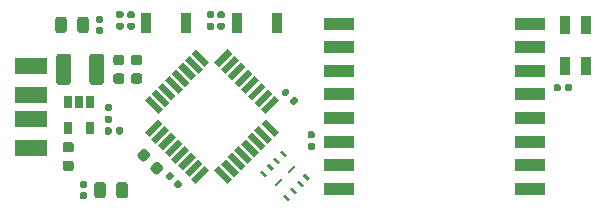
<source format=gbr>
%TF.GenerationSoftware,KiCad,Pcbnew,(5.1.9)-1*%
%TF.CreationDate,2021-02-04T12:19:42+01:00*%
%TF.ProjectId,DynaLoRa_Dongle,44796e61-4c6f-4526-915f-446f6e676c65,rev?*%
%TF.SameCoordinates,Original*%
%TF.FileFunction,Paste,Top*%
%TF.FilePolarity,Positive*%
%FSLAX46Y46*%
G04 Gerber Fmt 4.6, Leading zero omitted, Abs format (unit mm)*
G04 Created by KiCad (PCBNEW (5.1.9)-1) date 2021-02-04 12:19:42*
%MOMM*%
%LPD*%
G01*
G04 APERTURE LIST*
%ADD10C,0.100000*%
%ADD11R,2.500000X1.000000*%
%ADD12R,0.850000X1.600000*%
%ADD13R,0.650000X1.060000*%
%ADD14R,0.900000X1.700000*%
%ADD15R,2.800000X1.400000*%
G04 APERTURE END LIST*
%TO.C,C4*%
G36*
G01*
X33083081Y51381967D02*
X33327033Y51625919D01*
G75*
G02*
X33535629Y51625919I104298J-104298D01*
G01*
X33744225Y51417323D01*
G75*
G02*
X33744225Y51208727I-104298J-104298D01*
G01*
X33500273Y50964775D01*
G75*
G02*
X33291677Y50964775I-104298J104298D01*
G01*
X33083081Y51173371D01*
G75*
G02*
X33083081Y51381967I104298J104298D01*
G01*
G37*
G36*
G01*
X33768975Y50696073D02*
X34012927Y50940025D01*
G75*
G02*
X34221523Y50940025I104298J-104298D01*
G01*
X34430119Y50731429D01*
G75*
G02*
X34430119Y50522833I-104298J-104298D01*
G01*
X34186167Y50278881D01*
G75*
G02*
X33977571Y50278881I-104298J104298D01*
G01*
X33768975Y50487477D01*
G75*
G02*
X33768975Y50696073I104298J104298D01*
G01*
G37*
%TD*%
D10*
%TO.C,U2*%
G36*
X42678145Y57709638D02*
G01*
X41546774Y56578267D01*
X41157865Y56967176D01*
X42289236Y58098547D01*
X42678145Y57709638D01*
G37*
G36*
X42112460Y58275324D02*
G01*
X40981089Y57143953D01*
X40592180Y57532862D01*
X41723551Y58664233D01*
X42112460Y58275324D01*
G37*
G36*
X41546774Y58841009D02*
G01*
X40415403Y57709638D01*
X40026494Y58098547D01*
X41157865Y59229918D01*
X41546774Y58841009D01*
G37*
G36*
X40981089Y59406695D02*
G01*
X39849718Y58275324D01*
X39460809Y58664233D01*
X40592180Y59795604D01*
X40981089Y59406695D01*
G37*
G36*
X40415404Y59972380D02*
G01*
X39284033Y58841009D01*
X38895124Y59229918D01*
X40026495Y60361289D01*
X40415404Y59972380D01*
G37*
G36*
X39849718Y60538065D02*
G01*
X38718347Y59406694D01*
X38329438Y59795603D01*
X39460809Y60926974D01*
X39849718Y60538065D01*
G37*
G36*
X39284033Y61103751D02*
G01*
X38152662Y59972380D01*
X37763753Y60361289D01*
X38895124Y61492660D01*
X39284033Y61103751D01*
G37*
G36*
X38718347Y61669436D02*
G01*
X37586976Y60538065D01*
X37198067Y60926974D01*
X38329438Y62058345D01*
X38718347Y61669436D01*
G37*
G36*
X32806935Y55758024D02*
G01*
X31675564Y54626653D01*
X31286655Y55015562D01*
X32418026Y56146933D01*
X32806935Y55758024D01*
G37*
G36*
X33372620Y55192338D02*
G01*
X32241249Y54060967D01*
X31852340Y54449876D01*
X32983711Y55581247D01*
X33372620Y55192338D01*
G37*
G36*
X33938306Y54626653D02*
G01*
X32806935Y53495282D01*
X32418026Y53884191D01*
X33549397Y55015562D01*
X33938306Y54626653D01*
G37*
G36*
X34503991Y54060967D02*
G01*
X33372620Y52929596D01*
X32983711Y53318505D01*
X34115082Y54449876D01*
X34503991Y54060967D01*
G37*
G36*
X35069676Y53495282D02*
G01*
X33938305Y52363911D01*
X33549396Y52752820D01*
X34680767Y53884191D01*
X35069676Y53495282D01*
G37*
G36*
X35635362Y52929597D02*
G01*
X34503991Y51798226D01*
X34115082Y52187135D01*
X35246453Y53318506D01*
X35635362Y52929597D01*
G37*
G36*
X36201047Y52363911D02*
G01*
X35069676Y51232540D01*
X34680767Y51621449D01*
X35812138Y52752820D01*
X36201047Y52363911D01*
G37*
G36*
X36766733Y51798226D02*
G01*
X35635362Y50666855D01*
X35246453Y51055764D01*
X36377824Y52187135D01*
X36766733Y51798226D01*
G37*
G36*
X38718347Y51055764D02*
G01*
X38329438Y50666855D01*
X37198067Y51798226D01*
X37586976Y52187135D01*
X38718347Y51055764D01*
G37*
G36*
X39284033Y51621449D02*
G01*
X38895124Y51232540D01*
X37763753Y52363911D01*
X38152662Y52752820D01*
X39284033Y51621449D01*
G37*
G36*
X39849718Y52187135D02*
G01*
X39460809Y51798226D01*
X38329438Y52929597D01*
X38718347Y53318506D01*
X39849718Y52187135D01*
G37*
G36*
X40415404Y52752820D02*
G01*
X40026495Y52363911D01*
X38895124Y53495282D01*
X39284033Y53884191D01*
X40415404Y52752820D01*
G37*
G36*
X40981089Y53318505D02*
G01*
X40592180Y52929596D01*
X39460809Y54060967D01*
X39849718Y54449876D01*
X40981089Y53318505D01*
G37*
G36*
X41546774Y53884191D02*
G01*
X41157865Y53495282D01*
X40026494Y54626653D01*
X40415403Y55015562D01*
X41546774Y53884191D01*
G37*
G36*
X42112460Y54449876D02*
G01*
X41723551Y54060967D01*
X40592180Y55192338D01*
X40981089Y55581247D01*
X42112460Y54449876D01*
G37*
G36*
X42678145Y55015562D02*
G01*
X42289236Y54626653D01*
X41157865Y55758024D01*
X41546774Y56146933D01*
X42678145Y55015562D01*
G37*
G36*
X36766733Y60926974D02*
G01*
X36377824Y60538065D01*
X35246453Y61669436D01*
X35635362Y62058345D01*
X36766733Y60926974D01*
G37*
G36*
X36201047Y60361289D02*
G01*
X35812138Y59972380D01*
X34680767Y61103751D01*
X35069676Y61492660D01*
X36201047Y60361289D01*
G37*
G36*
X35635362Y59795603D02*
G01*
X35246453Y59406694D01*
X34115082Y60538065D01*
X34503991Y60926974D01*
X35635362Y59795603D01*
G37*
G36*
X35069676Y59229918D02*
G01*
X34680767Y58841009D01*
X33549396Y59972380D01*
X33938305Y60361289D01*
X35069676Y59229918D01*
G37*
G36*
X34503991Y58664233D02*
G01*
X34115082Y58275324D01*
X32983711Y59406695D01*
X33372620Y59795604D01*
X34503991Y58664233D01*
G37*
G36*
X33938306Y58098547D02*
G01*
X33549397Y57709638D01*
X32418026Y58841009D01*
X32806935Y59229918D01*
X33938306Y58098547D01*
G37*
G36*
X33372620Y57532862D02*
G01*
X32983711Y57143953D01*
X31852340Y58275324D01*
X32241249Y58664233D01*
X33372620Y57532862D01*
G37*
G36*
X32806935Y56967176D02*
G01*
X32418026Y56578267D01*
X31286655Y57709638D01*
X31675564Y58098547D01*
X32806935Y56967176D01*
G37*
%TD*%
D11*
%TO.C,U3*%
X47749000Y64226200D03*
X47749000Y62226200D03*
X47749000Y60226200D03*
X47749000Y58226200D03*
X47749000Y56226200D03*
X47749000Y54226200D03*
X47749000Y52226200D03*
X47749000Y50226200D03*
X63949000Y50226200D03*
X63949000Y52226200D03*
X63949000Y54226200D03*
X63949000Y56226200D03*
X63949000Y58226200D03*
X63949000Y60226200D03*
X63949000Y62226200D03*
X63949000Y64226200D03*
%TD*%
%TO.C,C5*%
G36*
G01*
X31709109Y52955884D02*
X31346716Y52593491D01*
G75*
G02*
X31037356Y52593491I-154680J154680D01*
G01*
X30727997Y52902850D01*
G75*
G02*
X30727997Y53212210I154680J154680D01*
G01*
X31090390Y53574603D01*
G75*
G02*
X31399750Y53574603I154680J-154680D01*
G01*
X31709109Y53265244D01*
G75*
G02*
X31709109Y52955884I-154680J-154680D01*
G01*
G37*
G36*
G01*
X32822803Y51842190D02*
X32460410Y51479797D01*
G75*
G02*
X32151050Y51479797I-154680J154680D01*
G01*
X31841691Y51789156D01*
G75*
G02*
X31841691Y52098516I154680J154680D01*
G01*
X32204084Y52460909D01*
G75*
G02*
X32513444Y52460909I154680J-154680D01*
G01*
X32822803Y52151550D01*
G75*
G02*
X32822803Y51842190I-154680J-154680D01*
G01*
G37*
%TD*%
%TO.C,C6*%
G36*
G01*
X24559550Y54184000D02*
X25072050Y54184000D01*
G75*
G02*
X25290800Y53965250I0J-218750D01*
G01*
X25290800Y53527750D01*
G75*
G02*
X25072050Y53309000I-218750J0D01*
G01*
X24559550Y53309000D01*
G75*
G02*
X24340800Y53527750I0J218750D01*
G01*
X24340800Y53965250D01*
G75*
G02*
X24559550Y54184000I218750J0D01*
G01*
G37*
G36*
G01*
X24559550Y52609000D02*
X25072050Y52609000D01*
G75*
G02*
X25290800Y52390250I0J-218750D01*
G01*
X25290800Y51952750D01*
G75*
G02*
X25072050Y51734000I-218750J0D01*
G01*
X24559550Y51734000D01*
G75*
G02*
X24340800Y51952750I0J218750D01*
G01*
X24340800Y52390250D01*
G75*
G02*
X24559550Y52609000I218750J0D01*
G01*
G37*
%TD*%
%TO.C,C9*%
G36*
G01*
X29364650Y59125400D02*
X28852150Y59125400D01*
G75*
G02*
X28633400Y59344150I0J218750D01*
G01*
X28633400Y59781650D01*
G75*
G02*
X28852150Y60000400I218750J0D01*
G01*
X29364650Y60000400D01*
G75*
G02*
X29583400Y59781650I0J-218750D01*
G01*
X29583400Y59344150D01*
G75*
G02*
X29364650Y59125400I-218750J0D01*
G01*
G37*
G36*
G01*
X29364650Y60700400D02*
X28852150Y60700400D01*
G75*
G02*
X28633400Y60919150I0J218750D01*
G01*
X28633400Y61356650D01*
G75*
G02*
X28852150Y61575400I218750J0D01*
G01*
X29364650Y61575400D01*
G75*
G02*
X29583400Y61356650I0J-218750D01*
G01*
X29583400Y60919150D01*
G75*
G02*
X29364650Y60700400I-218750J0D01*
G01*
G37*
%TD*%
%TO.C,C10*%
G36*
G01*
X30863250Y60700400D02*
X30350750Y60700400D01*
G75*
G02*
X30132000Y60919150I0J218750D01*
G01*
X30132000Y61356650D01*
G75*
G02*
X30350750Y61575400I218750J0D01*
G01*
X30863250Y61575400D01*
G75*
G02*
X31082000Y61356650I0J-218750D01*
G01*
X31082000Y60919150D01*
G75*
G02*
X30863250Y60700400I-218750J0D01*
G01*
G37*
G36*
G01*
X30863250Y59125400D02*
X30350750Y59125400D01*
G75*
G02*
X30132000Y59344150I0J218750D01*
G01*
X30132000Y59781650D01*
G75*
G02*
X30350750Y60000400I218750J0D01*
G01*
X30863250Y60000400D01*
G75*
G02*
X31082000Y59781650I0J-218750D01*
G01*
X31082000Y59344150D01*
G75*
G02*
X30863250Y59125400I-218750J0D01*
G01*
G37*
%TD*%
D12*
%TO.C,D1*%
X68636600Y64132400D03*
X66886600Y64132400D03*
X68636600Y60632400D03*
X66886600Y60632400D03*
%TD*%
%TO.C,D2*%
G36*
G01*
X23721000Y63653350D02*
X23721000Y64565850D01*
G75*
G02*
X23964750Y64809600I243750J0D01*
G01*
X24452250Y64809600D01*
G75*
G02*
X24696000Y64565850I0J-243750D01*
G01*
X24696000Y63653350D01*
G75*
G02*
X24452250Y63409600I-243750J0D01*
G01*
X23964750Y63409600D01*
G75*
G02*
X23721000Y63653350I0J243750D01*
G01*
G37*
G36*
G01*
X25596000Y63653350D02*
X25596000Y64565850D01*
G75*
G02*
X25839750Y64809600I243750J0D01*
G01*
X26327250Y64809600D01*
G75*
G02*
X26571000Y64565850I0J-243750D01*
G01*
X26571000Y63653350D01*
G75*
G02*
X26327250Y63409600I-243750J0D01*
G01*
X25839750Y63409600D01*
G75*
G02*
X25596000Y63653350I0J243750D01*
G01*
G37*
%TD*%
%TO.C,D3*%
G36*
G01*
X27998000Y50570450D02*
X27998000Y49657950D01*
G75*
G02*
X27754250Y49414200I-243750J0D01*
G01*
X27266750Y49414200D01*
G75*
G02*
X27023000Y49657950I0J243750D01*
G01*
X27023000Y50570450D01*
G75*
G02*
X27266750Y50814200I243750J0D01*
G01*
X27754250Y50814200D01*
G75*
G02*
X27998000Y50570450I0J-243750D01*
G01*
G37*
G36*
G01*
X29873000Y50570450D02*
X29873000Y49657950D01*
G75*
G02*
X29629250Y49414200I-243750J0D01*
G01*
X29141750Y49414200D01*
G75*
G02*
X28898000Y49657950I0J243750D01*
G01*
X28898000Y50570450D01*
G75*
G02*
X29141750Y50814200I243750J0D01*
G01*
X29629250Y50814200D01*
G75*
G02*
X29873000Y50570450I0J-243750D01*
G01*
G37*
%TD*%
%TO.C,L2*%
G36*
G01*
X23806800Y59275400D02*
X23806800Y61425400D01*
G75*
G02*
X24056800Y61675400I250000J0D01*
G01*
X24806800Y61675400D01*
G75*
G02*
X25056800Y61425400I0J-250000D01*
G01*
X25056800Y59275400D01*
G75*
G02*
X24806800Y59025400I-250000J0D01*
G01*
X24056800Y59025400D01*
G75*
G02*
X23806800Y59275400I0J250000D01*
G01*
G37*
G36*
G01*
X26606800Y59275400D02*
X26606800Y61425400D01*
G75*
G02*
X26856800Y61675400I250000J0D01*
G01*
X27606800Y61675400D01*
G75*
G02*
X27856800Y61425400I0J-250000D01*
G01*
X27856800Y59275400D01*
G75*
G02*
X27606800Y59025400I-250000J0D01*
G01*
X26856800Y59025400D01*
G75*
G02*
X26606800Y59275400I0J250000D01*
G01*
G37*
%TD*%
D10*
%TO.C,U1*%
G36*
X42750061Y53333024D02*
G01*
X42926837Y53509800D01*
X43351101Y53085536D01*
X43174325Y52908760D01*
X42750061Y53333024D01*
G37*
G36*
X44729960Y51353125D02*
G01*
X44906736Y51529901D01*
X45331000Y51105637D01*
X45154224Y50928861D01*
X44729960Y51353125D01*
G37*
G36*
X42184375Y52767338D02*
G01*
X42361151Y52944114D01*
X42785415Y52519850D01*
X42608639Y52343074D01*
X42184375Y52767338D01*
G37*
G36*
X41618690Y52201653D02*
G01*
X41795466Y52378429D01*
X42219730Y51954165D01*
X42042954Y51777389D01*
X41618690Y52201653D01*
G37*
G36*
X41053004Y51635967D02*
G01*
X41229780Y51812743D01*
X41654044Y51388479D01*
X41477268Y51211703D01*
X41053004Y51635967D01*
G37*
G36*
X44164274Y50787439D02*
G01*
X44341050Y50964215D01*
X44765314Y50539951D01*
X44588538Y50363175D01*
X44164274Y50787439D01*
G37*
G36*
X43598589Y50221754D02*
G01*
X43775365Y50398530D01*
X44199629Y49974266D01*
X44022853Y49797490D01*
X43598589Y50221754D01*
G37*
G36*
X43032903Y49656068D02*
G01*
X43209679Y49832844D01*
X43633943Y49408580D01*
X43457167Y49231804D01*
X43032903Y49656068D01*
G37*
G36*
X42258621Y50578842D02*
G01*
X42824306Y51144527D01*
X42965727Y51003106D01*
X42400042Y50437421D01*
X42258621Y50578842D01*
G37*
G36*
X43372173Y51692394D02*
G01*
X43937858Y52258079D01*
X44079279Y52116658D01*
X43513594Y51550973D01*
X43372173Y51692394D01*
G37*
%TD*%
D13*
%TO.C,U4*%
X26705600Y57564200D03*
X25755600Y57564200D03*
X24805600Y57564200D03*
X24805600Y55364200D03*
X26705600Y55364200D03*
%TD*%
%TO.C,C1*%
G36*
G01*
X37597300Y64300600D02*
X37942300Y64300600D01*
G75*
G02*
X38089800Y64153100I0J-147500D01*
G01*
X38089800Y63858100D01*
G75*
G02*
X37942300Y63710600I-147500J0D01*
G01*
X37597300Y63710600D01*
G75*
G02*
X37449800Y63858100I0J147500D01*
G01*
X37449800Y64153100D01*
G75*
G02*
X37597300Y64300600I147500J0D01*
G01*
G37*
G36*
G01*
X37597300Y65270600D02*
X37942300Y65270600D01*
G75*
G02*
X38089800Y65123100I0J-147500D01*
G01*
X38089800Y64828100D01*
G75*
G02*
X37942300Y64680600I-147500J0D01*
G01*
X37597300Y64680600D01*
G75*
G02*
X37449800Y64828100I0J147500D01*
G01*
X37449800Y65123100D01*
G75*
G02*
X37597300Y65270600I147500J0D01*
G01*
G37*
%TD*%
%TO.C,C2*%
G36*
G01*
X29951900Y65270600D02*
X30296900Y65270600D01*
G75*
G02*
X30444400Y65123100I0J-147500D01*
G01*
X30444400Y64828100D01*
G75*
G02*
X30296900Y64680600I-147500J0D01*
G01*
X29951900Y64680600D01*
G75*
G02*
X29804400Y64828100I0J147500D01*
G01*
X29804400Y65123100D01*
G75*
G02*
X29951900Y65270600I147500J0D01*
G01*
G37*
G36*
G01*
X29951900Y64300600D02*
X30296900Y64300600D01*
G75*
G02*
X30444400Y64153100I0J-147500D01*
G01*
X30444400Y63858100D01*
G75*
G02*
X30296900Y63710600I-147500J0D01*
G01*
X29951900Y63710600D01*
G75*
G02*
X29804400Y63858100I0J147500D01*
G01*
X29804400Y64153100D01*
G75*
G02*
X29951900Y64300600I147500J0D01*
G01*
G37*
%TD*%
%TO.C,C3*%
G36*
G01*
X43573375Y57782673D02*
X43817327Y58026625D01*
G75*
G02*
X44025923Y58026625I104298J-104298D01*
G01*
X44234519Y57818029D01*
G75*
G02*
X44234519Y57609433I-104298J-104298D01*
G01*
X43990567Y57365481D01*
G75*
G02*
X43781971Y57365481I-104298J104298D01*
G01*
X43573375Y57574077D01*
G75*
G02*
X43573375Y57782673I104298J104298D01*
G01*
G37*
G36*
G01*
X42887481Y58468567D02*
X43131433Y58712519D01*
G75*
G02*
X43340029Y58712519I104298J-104298D01*
G01*
X43548625Y58503923D01*
G75*
G02*
X43548625Y58295327I-104298J-104298D01*
G01*
X43304673Y58051375D01*
G75*
G02*
X43096077Y58051375I-104298J104298D01*
G01*
X42887481Y58259971D01*
G75*
G02*
X42887481Y58468567I104298J104298D01*
G01*
G37*
%TD*%
%TO.C,R1*%
G36*
G01*
X37027900Y64680600D02*
X36682900Y64680600D01*
G75*
G02*
X36535400Y64828100I0J147500D01*
G01*
X36535400Y65123100D01*
G75*
G02*
X36682900Y65270600I147500J0D01*
G01*
X37027900Y65270600D01*
G75*
G02*
X37175400Y65123100I0J-147500D01*
G01*
X37175400Y64828100D01*
G75*
G02*
X37027900Y64680600I-147500J0D01*
G01*
G37*
G36*
G01*
X37027900Y63710600D02*
X36682900Y63710600D01*
G75*
G02*
X36535400Y63858100I0J147500D01*
G01*
X36535400Y64153100D01*
G75*
G02*
X36682900Y64300600I147500J0D01*
G01*
X37027900Y64300600D01*
G75*
G02*
X37175400Y64153100I0J-147500D01*
G01*
X37175400Y63858100D01*
G75*
G02*
X37027900Y63710600I-147500J0D01*
G01*
G37*
%TD*%
%TO.C,R2*%
G36*
G01*
X29357100Y64680600D02*
X29012100Y64680600D01*
G75*
G02*
X28864600Y64828100I0J147500D01*
G01*
X28864600Y65123100D01*
G75*
G02*
X29012100Y65270600I147500J0D01*
G01*
X29357100Y65270600D01*
G75*
G02*
X29504600Y65123100I0J-147500D01*
G01*
X29504600Y64828100D01*
G75*
G02*
X29357100Y64680600I-147500J0D01*
G01*
G37*
G36*
G01*
X29357100Y63710600D02*
X29012100Y63710600D01*
G75*
G02*
X28864600Y63858100I0J147500D01*
G01*
X28864600Y64153100D01*
G75*
G02*
X29012100Y64300600I147500J0D01*
G01*
X29357100Y64300600D01*
G75*
G02*
X29504600Y64153100I0J-147500D01*
G01*
X29504600Y63858100D01*
G75*
G02*
X29357100Y63710600I-147500J0D01*
G01*
G37*
%TD*%
%TO.C,R3*%
G36*
G01*
X67474800Y58973500D02*
X67474800Y58628500D01*
G75*
G02*
X67327300Y58481000I-147500J0D01*
G01*
X67032300Y58481000D01*
G75*
G02*
X66884800Y58628500I0J147500D01*
G01*
X66884800Y58973500D01*
G75*
G02*
X67032300Y59121000I147500J0D01*
G01*
X67327300Y59121000D01*
G75*
G02*
X67474800Y58973500I0J-147500D01*
G01*
G37*
G36*
G01*
X66504800Y58973500D02*
X66504800Y58628500D01*
G75*
G02*
X66357300Y58481000I-147500J0D01*
G01*
X66062300Y58481000D01*
G75*
G02*
X65914800Y58628500I0J147500D01*
G01*
X65914800Y58973500D01*
G75*
G02*
X66062300Y59121000I147500J0D01*
G01*
X66357300Y59121000D01*
G75*
G02*
X66504800Y58973500I0J-147500D01*
G01*
G37*
%TD*%
%TO.C,R4*%
G36*
G01*
X27629900Y63329600D02*
X27284900Y63329600D01*
G75*
G02*
X27137400Y63477100I0J147500D01*
G01*
X27137400Y63772100D01*
G75*
G02*
X27284900Y63919600I147500J0D01*
G01*
X27629900Y63919600D01*
G75*
G02*
X27777400Y63772100I0J-147500D01*
G01*
X27777400Y63477100D01*
G75*
G02*
X27629900Y63329600I-147500J0D01*
G01*
G37*
G36*
G01*
X27629900Y64299600D02*
X27284900Y64299600D01*
G75*
G02*
X27137400Y64447100I0J147500D01*
G01*
X27137400Y64742100D01*
G75*
G02*
X27284900Y64889600I147500J0D01*
G01*
X27629900Y64889600D01*
G75*
G02*
X27777400Y64742100I0J-147500D01*
G01*
X27777400Y64447100D01*
G75*
G02*
X27629900Y64299600I-147500J0D01*
G01*
G37*
%TD*%
%TO.C,R5*%
G36*
G01*
X26283700Y50304200D02*
X25938700Y50304200D01*
G75*
G02*
X25791200Y50451700I0J147500D01*
G01*
X25791200Y50746700D01*
G75*
G02*
X25938700Y50894200I147500J0D01*
G01*
X26283700Y50894200D01*
G75*
G02*
X26431200Y50746700I0J-147500D01*
G01*
X26431200Y50451700D01*
G75*
G02*
X26283700Y50304200I-147500J0D01*
G01*
G37*
G36*
G01*
X26283700Y49334200D02*
X25938700Y49334200D01*
G75*
G02*
X25791200Y49481700I0J147500D01*
G01*
X25791200Y49776700D01*
G75*
G02*
X25938700Y49924200I147500J0D01*
G01*
X26283700Y49924200D01*
G75*
G02*
X26431200Y49776700I0J-147500D01*
G01*
X26431200Y49481700D01*
G75*
G02*
X26283700Y49334200I-147500J0D01*
G01*
G37*
%TD*%
%TO.C,R6*%
G36*
G01*
X45587700Y53525200D02*
X45242700Y53525200D01*
G75*
G02*
X45095200Y53672700I0J147500D01*
G01*
X45095200Y53967700D01*
G75*
G02*
X45242700Y54115200I147500J0D01*
G01*
X45587700Y54115200D01*
G75*
G02*
X45735200Y53967700I0J-147500D01*
G01*
X45735200Y53672700D01*
G75*
G02*
X45587700Y53525200I-147500J0D01*
G01*
G37*
G36*
G01*
X45587700Y54495200D02*
X45242700Y54495200D01*
G75*
G02*
X45095200Y54642700I0J147500D01*
G01*
X45095200Y54937700D01*
G75*
G02*
X45242700Y55085200I147500J0D01*
G01*
X45587700Y55085200D01*
G75*
G02*
X45735200Y54937700I0J-147500D01*
G01*
X45735200Y54642700D01*
G75*
G02*
X45587700Y54495200I-147500J0D01*
G01*
G37*
%TD*%
%TO.C,R7*%
G36*
G01*
X28046900Y57396600D02*
X28391900Y57396600D01*
G75*
G02*
X28539400Y57249100I0J-147500D01*
G01*
X28539400Y56954100D01*
G75*
G02*
X28391900Y56806600I-147500J0D01*
G01*
X28046900Y56806600D01*
G75*
G02*
X27899400Y56954100I0J147500D01*
G01*
X27899400Y57249100D01*
G75*
G02*
X28046900Y57396600I147500J0D01*
G01*
G37*
G36*
G01*
X28046900Y56426600D02*
X28391900Y56426600D01*
G75*
G02*
X28539400Y56279100I0J-147500D01*
G01*
X28539400Y55984100D01*
G75*
G02*
X28391900Y55836600I-147500J0D01*
G01*
X28046900Y55836600D01*
G75*
G02*
X27899400Y55984100I0J147500D01*
G01*
X27899400Y56279100D01*
G75*
G02*
X28046900Y56426600I147500J0D01*
G01*
G37*
%TD*%
%TO.C,R8*%
G36*
G01*
X28869000Y54970900D02*
X28869000Y55315900D01*
G75*
G02*
X29016500Y55463400I147500J0D01*
G01*
X29311500Y55463400D01*
G75*
G02*
X29459000Y55315900I0J-147500D01*
G01*
X29459000Y54970900D01*
G75*
G02*
X29311500Y54823400I-147500J0D01*
G01*
X29016500Y54823400D01*
G75*
G02*
X28869000Y54970900I0J147500D01*
G01*
G37*
G36*
G01*
X27899000Y54970900D02*
X27899000Y55315900D01*
G75*
G02*
X28046500Y55463400I147500J0D01*
G01*
X28341500Y55463400D01*
G75*
G02*
X28489000Y55315900I0J-147500D01*
G01*
X28489000Y54970900D01*
G75*
G02*
X28341500Y54823400I-147500J0D01*
G01*
X28046500Y54823400D01*
G75*
G02*
X27899000Y54970900I0J147500D01*
G01*
G37*
%TD*%
D14*
%TO.C,SW1*%
X42492400Y64312800D03*
X39092400Y64312800D03*
%TD*%
%TO.C,SW2*%
X31370800Y64312800D03*
X34770800Y64312800D03*
%TD*%
D15*
%TO.C,J2*%
X21666200Y56150000D03*
X21666200Y58150000D03*
X21666200Y53650000D03*
X21666200Y60650000D03*
%TD*%
M02*

</source>
